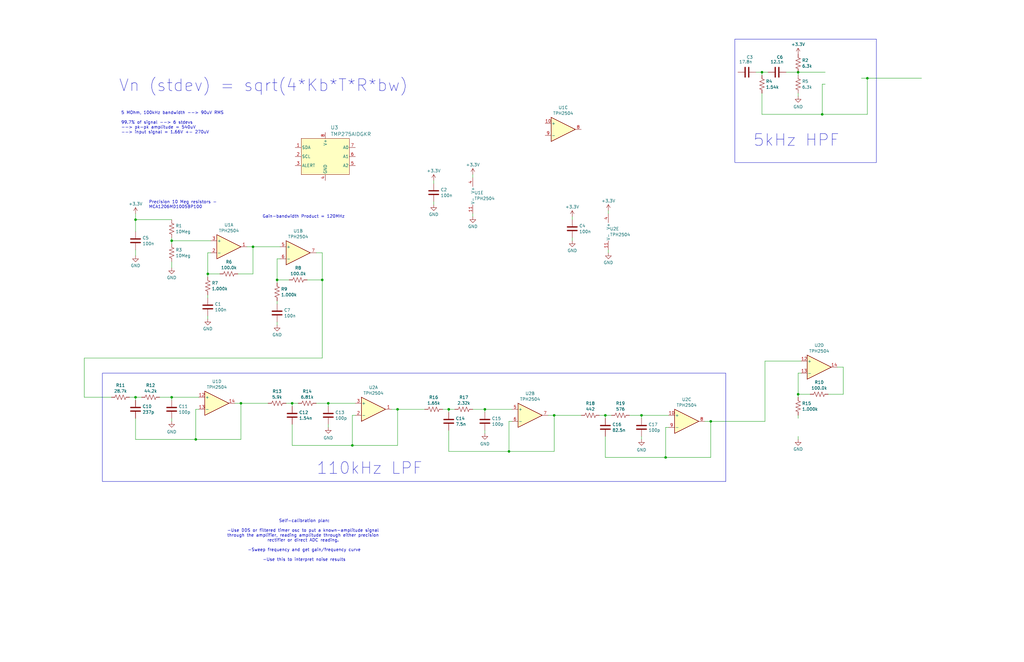
<source format=kicad_sch>
(kicad_sch (version 20231120) (generator "eeschema") (generator_version "8.0")
  (paper "B")
  (lib_symbols
    (symbol "Amplifier_Operational:TLV9304xD" (pin_names (offset 0.127))
      (property "Reference" "U" (at 0 5.08 0))
      (property "Value" "TLV9304xD" (at 0 -5.08 0))
      (symbol "TLV9304xD_1_1"
        (polyline (pts (xy -5.08 5.08) (xy 5.08 0) (xy -5.08 -5.08) (xy -5.08 5.08)) (stroke (width 0.254)) (fill (type background)))
        (pin output line (at 7.62 0 180) (length 2.54) (name "~") (number "1"))
        (pin input line (at -7.62 -2.54 0) (length 2.54) (name "-") (number "2"))
        (pin input line (at -7.62 2.54 0) (length 2.54) (name "+") (number "3"))
      )
      (symbol "TLV9304xD_2_1"
        (polyline (pts (xy -5.08 5.08) (xy 5.08 0) (xy -5.08 -5.08) (xy -5.08 5.08)) (stroke (width 0.254)) (fill (type background)))
        (pin input line (at -7.62 2.54 0) (length 2.54) (name "+") (number "5"))
        (pin input line (at -7.62 -2.54 0) (length 2.54) (name "-") (number "6"))
        (pin output line (at 7.62 0 180) (length 2.54) (name "~") (number "7"))
      )
      (symbol "TLV9304xD_3_1"
        (polyline (pts (xy -5.08 5.08) (xy 5.08 0) (xy -5.08 -5.08) (xy -5.08 5.08)) (stroke (width 0.254)) (fill (type background)))
        (pin input line (at -7.62 2.54 0) (length 2.54) (name "+") (number "10"))
        (pin output line (at 7.62 0 180) (length 2.54) (name "~") (number "8"))
        (pin input line (at -7.62 -2.54 0) (length 2.54) (name "-") (number "9"))
      )
      (symbol "TLV9304xD_4_1"
        (polyline (pts (xy -5.08 5.08) (xy 5.08 0) (xy -5.08 -5.08) (xy -5.08 5.08)) (stroke (width 0.254)) (fill (type background)))
        (pin input line (at -7.62 2.54 0) (length 2.54) (name "+") (number "12"))
        (pin input line (at -7.62 -2.54 0) (length 2.54) (name "-") (number "13"))
        (pin output line (at 7.62 0 180) (length 2.54) (name "~") (number "14"))
      )
      (symbol "TLV9304xD_5_1"
        (pin power_in line (at -2.54 -7.62 90) (length 3.81) (name "V-") (number "11"))
        (pin power_in line (at -2.54 7.62 270) (length 3.81) (name "V+") (number "4"))
      )
    )
    (symbol "Device:C" (pin_numbers hide) (pin_names (offset 0.254))
      (property "Reference" "C" (at 0.635 2.54 0))
      (property "Value" "C" (at 0.635 -2.54 0))
      (symbol "C_0_1"
        (polyline (pts (xy -2.032 -0.762) (xy 2.032 -0.762)) (stroke (width 0.508)))
        (polyline (pts (xy -2.032 0.762) (xy 2.032 0.762)) (stroke (width 0.508)))
      )
      (symbol "C_1_1"
        (pin passive line (at 0 3.81 270) (length 2.794) (name "~") (number "1"))
        (pin passive line (at 0 -3.81 90) (length 2.794) (name "~") (number "2"))
      )
    )
    (symbol "Device:R_US" (pin_numbers hide) (pin_names (offset 0))
      (property "Reference" "R" (at 2.54 0 90))
      (property "Value" "R_US" (at -2.54 0 90))
      (symbol "R_US_0_1"
        (polyline (pts (xy 0 -2.286) (xy 0 -2.54)))
        (polyline (pts (xy 0 2.286) (xy 0 2.54)))
        (polyline (pts (xy 0 -0.762) (xy 1.016 -1.143) (xy 0 -1.524) (xy -1.016 -1.905) (xy 0 -2.286)))
        (polyline (pts (xy 0 0.762) (xy 1.016 0.381) (xy 0 0) (xy -1.016 -0.381) (xy 0 -0.762)))
        (polyline (pts (xy 0 2.286) (xy 1.016 1.905) (xy 0 1.524) (xy -1.016 1.143) (xy 0 0.762)))
      )
      (symbol "R_US_1_1"
        (pin passive line (at 0 3.81 270) (length 1.27) (name "~") (number "1"))
        (pin passive line (at 0 -3.81 90) (length 1.27) (name "~") (number "2"))
      )
    )
    (symbol "GND_9" (power) (pin_names (offset 0))
      (property "Value" "GND_9" (at 0 -3.81 0))
      (symbol "GND_9_0_1"
        (polyline (pts (xy 0 0) (xy 0 -1.27) (xy 1.27 -1.27) (xy 0 -2.54) (xy -1.27 -1.27) (xy 0 -1.27)))
      )
      (symbol "GND_9_1_1"
        (pin power_in line (at 0 0 270) (length 0) hide (name "GND") (number "1"))
      )
    )
    (symbol "components_2:TMP275AIDGKR" (pin_names (offset 0.254))
      (property "Reference" "U" (at 2.286 10.668 0))
      (property "Value" "TMP275AIDGKR" (at 10.16 8.128 0))
      (symbol "TMP275AIDGKR_0_1"
        (pin unspecified line (at -12.7 2.54 0) (length 2.54) (name "SDA") (number "1"))
        (pin unspecified line (at -12.7 -1.27 0) (length 2.54) (name "SCL") (number "2"))
        (pin unspecified line (at -12.7 -5.08 0) (length 2.54) (name "ALERT") (number "3"))
        (pin unspecified line (at 12.7 -5.08 180) (length 2.54) (name "A2") (number "5"))
        (pin unspecified line (at 12.7 -1.27 180) (length 2.54) (name "A1") (number "6"))
        (pin unspecified line (at 12.7 2.54 180) (length 2.54) (name "A0") (number "7"))
        (pin power_in line (at 0 8.89 270) (length 2.54) (name "V+") (number "8"))
      )
      (symbol "TMP275AIDGKR_1_1"
        (rectangle (start -10.16 6.35) (end 10.16 -8.89) (fill (type background)))
        (pin power_in line (at 0 -11.43 90) (length 2.54) (name "GND") (number "4"))
      )
    )
    (symbol "power:+3.3V" (power) (pin_names (offset 0))
      (property "Value" "+3.3V" (at 0 3.556 0))
      (symbol "+3.3V_0_1"
        (polyline (pts (xy -0.762 1.27) (xy 0 2.54)))
        (polyline (pts (xy 0 0) (xy 0 2.54)))
        (polyline (pts (xy 0 2.54) (xy 0.762 1.27)))
      )
      (symbol "+3.3V_1_1"
        (pin power_in line (at 0 0 90) (length 0) hide (name "+3.3V") (number "1"))
      )
    )
    (symbol "power:+5V" (power) (pin_names (offset 0))
      (property "Value" "+5V" (at 0 3.556 0))
      (symbol "+5V_0_1"
        (polyline (pts (xy -0.762 1.27) (xy 0 2.54)))
        (polyline (pts (xy 0 0) (xy 0 2.54)))
        (polyline (pts (xy 0 2.54) (xy 0.762 1.27)))
      )
      (symbol "+5V_1_1"
        (pin power_in line (at 0 0 90) (length 0) hide (name "+5V") (number "1"))
      )
    )
    (symbol "power:GND" (power) (pin_names (offset 0))
      (property "Value" "GND" (at 0 -3.81 0))
      (symbol "GND_0_1"
        (polyline (pts (xy 0 0) (xy 0 -1.27) (xy 1.27 -1.27) (xy 0 -2.54) (xy -1.27 -1.27) (xy 0 -1.27)))
      )
      (symbol "GND_1_1"
        (pin power_in line (at 0 0 270) (length 0) hide (name "GND") (number "1"))
      )
    )
  )
  (junction (at 57.15 167.64))
  (junction (at 138.43 170.18))
  (junction (at 72.39 167.64))
  (junction (at 321.31 30.48))
  (junction (at 336.55 30.48))
  (junction (at 214.63 190.5))
  (junction (at 336.55 166.37))
  (junction (at 189.23 172.72))
  (junction (at 233.68 175.26))
  (junction (at 280.67 193.04))
  (junction (at 167.64 172.72))
  (junction (at 82.55 185.42))
  (junction (at 123.19 170.18))
  (junction (at 101.6 170.18))
  (junction (at 148.59 187.96))
  (junction (at 135.89 118.11))
  (junction (at 106.68 104.14))
  (junction (at 116.84 118.11))
  (junction (at 204.47 172.72))
  (junction (at 346.71 48.26))
  (junction (at 87.63 115.57))
  (junction (at 255.27 175.26))
  (junction (at 365.76 33.02))
  (junction (at 270.51 175.26))
  (junction (at 72.39 101.6))
  (junction (at 57.15 92.71))
  (junction (at 299.72 177.8))
  (wire (pts (xy 57.15 185.42) (xy 82.55 185.42)))
  (wire (pts (xy 167.64 172.72) (xy 179.07 172.72)))
  (wire (pts (xy 83.82 172.72) (xy 82.55 172.72)))
  (wire (pts (xy 347.98 35.56) (xy 346.71 35.56)))
  (wire (pts (xy 57.15 167.64) (xy 57.15 168.91)))
  (wire (pts (xy 82.55 172.72) (xy 82.55 185.42)))
  (wire (pts (xy 365.76 48.26) (xy 365.76 33.02)))
  (wire (pts (xy 318.77 30.48) (xy 321.31 30.48)))
  (wire (pts (xy 57.15 92.71) (xy 72.39 92.71)))
  (wire (pts (xy 355.6 166.37) (xy 349.25 166.37)))
  (wire (pts (xy 106.68 104.14) (xy 106.68 115.57)))
  (wire (pts (xy 189.23 172.72) (xy 191.77 172.72)))
  (wire (pts (xy 353.06 154.94) (xy 355.6 154.94)))
  (wire (pts (xy 116.84 137.16) (xy 116.84 135.89)))
  (wire (pts (xy 270.51 175.26) (xy 281.94 175.26)))
  (wire (pts (xy 199.39 172.72) (xy 204.47 172.72)))
  (wire (pts (xy 280.67 193.04) (xy 299.72 193.04)))
  (wire (pts (xy 331.47 30.48) (xy 336.55 30.48)))
  (wire (pts (xy 35.56 167.64) (xy 46.99 167.64)))
  (wire (pts (xy 365.76 33.02) (xy 388.62 33.02)))
  (wire (pts (xy 72.39 101.6) (xy 88.9 101.6)))
  (wire (pts (xy 186.69 172.72) (xy 189.23 172.72)))
  (wire (pts (xy 241.3 91.44) (xy 241.3 92.71)))
  (wire (pts (xy 265.43 175.26) (xy 270.51 175.26)))
  (wire (pts (xy 106.68 115.57) (xy 100.33 115.57)))
  (wire (pts (xy 346.71 35.56) (xy 346.71 48.26)))
  (wire (pts (xy 116.84 127) (xy 116.84 128.27)))
  (wire (pts (xy 297.18 177.8) (xy 299.72 177.8)))
  (wire (pts (xy 57.15 167.64) (xy 59.69 167.64)))
  (wire (pts (xy 336.55 30.48) (xy 347.98 30.48)))
  (wire (pts (xy 138.43 171.45) (xy 138.43 170.18)))
  (wire (pts (xy 57.15 92.71) (xy 57.15 97.79)))
  (wire (pts (xy 82.55 185.42) (xy 101.6 185.42)))
  (wire (pts (xy 72.39 168.91) (xy 72.39 167.64)))
  (wire (pts (xy 148.59 187.96) (xy 167.64 187.96)))
  (wire (pts (xy 189.23 172.72) (xy 189.23 173.99)))
  (wire (pts (xy 355.6 154.94) (xy 355.6 166.37)))
  (wire (pts (xy 189.23 190.5) (xy 214.63 190.5)))
  (wire (pts (xy 149.86 175.26) (xy 148.59 175.26)))
  (wire (pts (xy 35.56 151.13) (xy 135.89 151.13)))
  (wire (pts (xy 346.71 48.26) (xy 365.76 48.26)))
  (wire (pts (xy 135.89 118.11) (xy 129.54 118.11)))
  (wire (pts (xy 72.39 100.33) (xy 72.39 101.6)))
  (wire (pts (xy 252.73 175.26) (xy 255.27 175.26)))
  (wire (pts (xy 255.27 175.26) (xy 255.27 176.53)))
  (wire (pts (xy 87.63 115.57) (xy 87.63 116.84)))
  (wire (pts (xy 123.19 170.18) (xy 125.73 170.18)))
  (wire (pts (xy 138.43 170.18) (xy 149.86 170.18)))
  (wire (pts (xy 101.6 185.42) (xy 101.6 170.18)))
  (wire (pts (xy 87.63 115.57) (xy 92.71 115.57)))
  (wire (pts (xy 281.94 180.34) (xy 280.67 180.34)))
  (wire (pts (xy 321.31 30.48) (xy 323.85 30.48)))
  (wire (pts (xy 123.19 170.18) (xy 123.19 171.45)))
  (wire (pts (xy 101.6 170.18) (xy 113.03 170.18)))
  (wire (pts (xy 215.9 177.8) (xy 214.63 177.8)))
  (wire (pts (xy 182.88 86.36) (xy 182.88 85.09)))
  (wire (pts (xy 321.31 48.26) (xy 346.71 48.26)))
  (wire (pts (xy 214.63 190.5) (xy 233.68 190.5)))
  (wire (pts (xy 299.72 177.8) (xy 322.58 177.8)))
  (wire (pts (xy 336.55 39.37) (xy 336.55 40.64)))
  (wire (pts (xy 72.39 101.6) (xy 72.39 102.87)))
  (wire (pts (xy 189.23 181.61) (xy 189.23 190.5)))
  (wire (pts (xy 336.55 157.48) (xy 336.55 166.37)))
  (wire (pts (xy 255.27 175.26) (xy 257.81 175.26)))
  (wire (pts (xy 255.27 193.04) (xy 280.67 193.04)))
  (wire (pts (xy 336.55 175.26) (xy 336.55 176.53)))
  (wire (pts (xy 57.15 176.53) (xy 57.15 185.42)))
  (wire (pts (xy 241.3 101.6) (xy 241.3 100.33)))
  (wire (pts (xy 336.55 185.42) (xy 336.55 184.15)))
  (wire (pts (xy 54.61 167.64) (xy 57.15 167.64)))
  (wire (pts (xy 72.39 176.53) (xy 72.39 177.8)))
  (wire (pts (xy 67.31 167.64) (xy 72.39 167.64)))
  (wire (pts (xy 256.54 88.9) (xy 256.54 90.17)))
  (wire (pts (xy 336.55 31.75) (xy 336.55 30.48)))
  (wire (pts (xy 148.59 175.26) (xy 148.59 187.96)))
  (wire (pts (xy 322.58 177.8) (xy 322.58 152.4)))
  (wire (pts (xy 365.76 33.02) (xy 363.22 33.02)))
  (wire (pts (xy 233.68 190.5) (xy 233.68 175.26)))
  (wire (pts (xy 135.89 106.68) (xy 135.89 118.11)))
  (wire (pts (xy 120.65 170.18) (xy 123.19 170.18)))
  (wire (pts (xy 123.19 179.07) (xy 123.19 187.96)))
  (wire (pts (xy 88.9 106.68) (xy 87.63 106.68)))
  (wire (pts (xy 116.84 109.22) (xy 116.84 118.11)))
  (wire (pts (xy 321.31 39.37) (xy 321.31 48.26)))
  (wire (pts (xy 57.15 90.17) (xy 57.15 92.71)))
  (wire (pts (xy 57.15 107.95) (xy 57.15 105.41)))
  (wire (pts (xy 256.54 106.68) (xy 256.54 105.41)))
  (wire (pts (xy 214.63 177.8) (xy 214.63 190.5)))
  (wire (pts (xy 233.68 175.26) (xy 245.11 175.26)))
  (wire (pts (xy 199.39 91.44) (xy 199.39 90.17)))
  (wire (pts (xy 72.39 113.03) (xy 72.39 110.49)))
  (wire (pts (xy 337.82 152.4) (xy 322.58 152.4)))
  (wire (pts (xy 199.39 73.66) (xy 199.39 74.93)))
  (wire (pts (xy 233.68 175.26) (xy 231.14 175.26)))
  (wire (pts (xy 87.63 124.46) (xy 87.63 125.73)))
  (wire (pts (xy 135.89 118.11) (xy 135.89 151.13)))
  (wire (pts (xy 116.84 118.11) (xy 121.92 118.11)))
  (wire (pts (xy 321.31 30.48) (xy 321.31 31.75)))
  (wire (pts (xy 167.64 187.96) (xy 167.64 172.72)))
  (wire (pts (xy 336.55 166.37) (xy 341.63 166.37)))
  (wire (pts (xy 204.47 181.61) (xy 204.47 182.88)))
  (wire (pts (xy 336.55 166.37) (xy 336.55 167.64)))
  (wire (pts (xy 299.72 193.04) (xy 299.72 177.8)))
  (wire (pts (xy 167.64 172.72) (xy 165.1 172.72)))
  (wire (pts (xy 336.55 157.48) (xy 337.82 157.48)))
  (wire (pts (xy 255.27 184.15) (xy 255.27 193.04)))
  (wire (pts (xy 138.43 179.07) (xy 138.43 180.34)))
  (wire (pts (xy 116.84 109.22) (xy 118.11 109.22)))
  (wire (pts (xy 133.35 170.18) (xy 138.43 170.18)))
  (wire (pts (xy 35.56 151.13) (xy 35.56 167.64)))
  (wire (pts (xy 104.14 104.14) (xy 106.68 104.14)))
  (wire (pts (xy 87.63 134.62) (xy 87.63 133.35)))
  (wire (pts (xy 123.19 187.96) (xy 148.59 187.96)))
  (wire (pts (xy 270.51 176.53) (xy 270.51 175.26)))
  (wire (pts (xy 182.88 76.2) (xy 182.88 77.47)))
  (wire (pts (xy 72.39 167.64) (xy 83.82 167.64)))
  (wire (pts (xy 133.35 106.68) (xy 135.89 106.68)))
  (wire (pts (xy 204.47 173.99) (xy 204.47 172.72)))
  (wire (pts (xy 101.6 170.18) (xy 99.06 170.18)))
  (wire (pts (xy 270.51 184.15) (xy 270.51 185.42)))
  (wire (pts (xy 87.63 106.68) (xy 87.63 115.57)))
  (wire (pts (xy 118.11 104.14) (xy 106.68 104.14)))
  (wire (pts (xy 204.47 172.72) (xy 215.9 172.72)))
  (wire (pts (xy 280.67 180.34) (xy 280.67 193.04)))
  (wire (pts (xy 116.84 118.11) (xy 116.84 119.38)))
  (rectangle (start 43.18 157.48) (end 306.07 203.2))
  (rectangle (start 309.88 16.51) (end 369.57 68.58))
  (text "5 MOhm, 100kHz bandwidth --> 90uV RMS\n\n99.7% of signal --> 6 stdevs \n--> pk-pk amplitude = 540uV\n--> input signal = 1.66V +- 270uV  \n\n" (at 51.054 58.674 0) (effects (font (size 1.27 1.27)) (justify left bottom)))
  (text "5kHz HPF" (at 317.5 62.23 0) (effects (font (size 5 5)) (justify left bottom)))
  (text "Gain-bandwidth Product = 120MHz" (at 128.016 91.44 0) (effects (font (size 1.27 1.27))))
  (text "Vn (stdev) = sqrt(4*Kb*T*R*bw)" (at 50.038 39.116 0) (effects (font (size 5 5)) (justify left bottom)))
  (text "Self-calibration plan:\n\n-Use DDS or filtered timer osc to put a known-amplitude signal \nthrough the amplifier, reading amplitude through either precision \nrectifier or direct ADC reading. \n\n-Sweep frequency and get gain/frequency curve\n\n-Use this to interpret noise results" (at 128.27 228.092 0) (effects (font (size 1.27 1.27))))
  (text "Precision 10 Meg resistors - \nMCA1206MD1005BP100" (at 62.738 88.138 0) (effects (font (size 1.27 1.27)) (justify left bottom)))
  (text "110kHz LPF" (at 133.35 200.66 0) (effects (font (size 5 5)) (justify left bottom)))
  (symbol (lib_id "Device:C") (at 182.88 81.28 0) (unit 1)
    (property "Reference" "C2" (at 185.801 80.0679 0) (effects (justify left)))
    (property "Value" "100n" (at 185.801 82.4921 0) (effects (justify left)))
    (property "Footprint" "Capacitor_SMD:C_0402_1005Metric" (effects (hide yes)))
    (property "LCSC" "C307331" (effects (hide yes)))
  )
  (symbol (lib_id "Device:R_US") (at 50.8 167.64 90) (unit 1)
    (property "Reference" "R11" (at 50.8 162.6067 90))
    (property "Value" "28.7k" (at 50.8 165.0309 90))
    (property "Footprint" "Resistor_SMD:R_0805_2012Metric" (effects (hide yes)))
    (property "LCSC" "C17828" (effects (hide yes)))
  )
  (symbol (lib_id "Device:C") (at 138.43 175.26 180) (unit 1)
    (property "Reference" "C13" (at 141.351 174.0479 0) (effects (justify right)))
    (property "Value" "100p" (at 141.351 176.4721 0) (effects (justify right)))
    (property "Footprint" "Capacitor_SMD:C_0402_1005Metric" (effects (hide yes)))
    (property "LCSC" "C1523" (effects (hide yes)))
  )
  (symbol (lib_id "Device:R_US") (at 125.73 118.11 90) (unit 1)
    (property "Reference" "R8" (at 125.73 113.0765 90))
    (property "Value" "100.0k" (at 125.73 115.5008 90))
    (property "Footprint" "Resistor_SMD:R_0805_2012Metric" (effects (hide yes)))
    (property "LCSC" "C122537" (effects (hide yes)))
  )
  (symbol (lib_id "Device:C") (at 204.47 177.8 180) (unit 1)
    (property "Reference" "C15" (at 207.391 176.5879 0) (effects (justify right)))
    (property "Value" "100p" (at 207.391 179.0121 0) (effects (justify right)))
    (property "Footprint" "Capacitor_SMD:C_0402_1005Metric" (effects (hide yes)))
    (property "LCSC" "C1523" (effects (hide yes)))
  )
  (symbol (lib_id "Device:C") (at 123.19 175.26 180) (unit 1)
    (property "Reference" "C12" (at 126.111 174.0479 0) (effects (justify right)))
    (property "Value" "1.54n" (at 126.111 176.4721 0) (effects (justify right)))
    (property "Footprint" "Capacitor_SMD:C_0603_1608Metric" (effects (hide yes)))
    (property "LCSC" "C3008312" (effects (hide yes)))
  )
  (symbol (lib_id "power:+5V") (at 182.88 76.2 0) (unit 1)
    (property "Reference" "#PWR06" (effects (hide yes)))
    (property "Value" "+3.3V" (at 182.88 72.0669 0))
  )
  (symbol (lib_id "Device:R_US") (at 72.39 106.68 0) (unit 1)
    (property "Reference" "R3" (at 74.041 105.4679 0) (effects (justify left)))
    (property "Value" "10Meg" (at 74.041 107.8921 0) (effects (justify left)))
    (property "Footprint" "Resistor_SMD:R_0805_2012Metric" (effects (hide yes)))
  )
  (symbol (lib_id "power:GND") (at 199.39 91.44 0) (unit 1)
    (property "Reference" "#PWR012" (effects (hide yes)))
    (property "Value" "GND" (at 199.39 95.5731 0))
  )
  (symbol (lib_name "GND_9") (lib_id "power:GND") (at 270.51 185.42 0) (mirror y) (unit 1)
    (property "Reference" "#PWR027" (effects (hide yes)))
    (property "Value" "GND" (at 270.51 189.8634 0))
  )
  (symbol (lib_id "power:+3.3V") (at 336.55 22.86 0) (unit 1)
    (property "Reference" "#PWR03" (effects (hide yes)))
    (property "Value" "+3.3V" (at 336.55 18.7269 0))
  )
  (symbol (lib_id "Device:C") (at 314.96 30.48 270) (unit 1)
    (property "Reference" "C3" (at 317.5 24.13 90) (effects (justify right)))
    (property "Value" "17.8n" (at 317.246 26.0929 90) (effects (justify right)))
    (property "Footprint" "Capacitor_SMD:C_0402_1005Metric" (effects (hide yes)))
    (property "LCSC" "C1523" (effects (hide yes)))
  )
  (symbol (lib_id "Device:R_US") (at 345.44 166.37 90) (unit 1)
    (property "Reference" "R10" (at 345.44 161.3365 90))
    (property "Value" "100.0k" (at 345.44 163.7608 90))
    (property "Footprint" "Resistor_SMD:R_0805_2012Metric" (effects (hide yes)))
    (property "LCSC" "C122537" (effects (hide yes)))
  )
  (symbol (lib_id "Device:R_US") (at 116.84 170.18 90) (unit 1)
    (property "Reference" "R13" (at 116.84 165.1467 90))
    (property "Value" "5.9k" (at 116.84 167.5709 90))
    (property "Footprint" "Resistor_SMD:R_0805_2012Metric" (effects (hide yes)))
    (property "LCSC" "C17828" (effects (hide yes)))
  )
  (symbol (lib_id "Device:R_US") (at 195.58 172.72 90) (unit 1)
    (property "Reference" "R17" (at 195.58 167.6867 90))
    (property "Value" "2.32k" (at 195.58 170.1109 90))
    (property "Footprint" "Resistor_SMD:R_0805_2012Metric" (effects (hide yes)))
    (property "LCSC" "C139933" (effects (hide yes)))
  )
  (symbol (lib_id "Device:C") (at 72.39 172.72 180) (unit 1)
    (property "Reference" "C11" (at 75.311 171.5079 0) (effects (justify right)))
    (property "Value" "100p" (at 75.311 173.9321 0) (effects (justify right)))
    (property "Footprint" "Capacitor_SMD:C_0402_1005Metric" (effects (hide yes)))
    (property "LCSC" "C1523" (effects (hide yes)))
  )
  (symbol (lib_id "power:GND") (at 57.15 107.95 0) (unit 1)
    (property "Reference" "#PWR019" (effects (hide yes)))
    (property "Value" "GND" (at 57.15 112.0831 0))
  )
  (symbol (lib_id "Device:C") (at 57.15 172.72 180) (unit 1)
    (property "Reference" "C10" (at 60.071 171.5079 0) (effects (justify right)))
    (property "Value" "237p" (at 60.071 173.9321 0) (effects (justify right)))
    (property "Footprint" "Capacitor_SMD:C_0603_1608Metric" (effects (hide yes)))
    (property "LCSC" "C3008312" (effects (hide yes)))
  )
  (symbol (lib_id "Device:C") (at 116.84 132.08 0) (unit 1)
    (property "Reference" "C7" (at 119.761 130.8679 0) (effects (justify left)))
    (property "Value" "100n" (at 119.761 133.2921 0) (effects (justify left)))
    (property "Footprint" "Capacitor_SMD:C_0402_1005Metric" (effects (hide yes)))
    (property "LCSC" "C307331" (effects (hide yes)))
  )
  (symbol (lib_id "power:+5V") (at 241.3 91.44 0) (unit 1)
    (property "Reference" "#PWR02" (effects (hide yes)))
    (property "Value" "+3.3V" (at 241.3 87.3069 0))
  )
  (symbol (lib_id "Device:R_US") (at 87.63 120.65 180) (unit 1)
    (property "Reference" "R7" (at 89.281 119.4378 0) (effects (justify right)))
    (property "Value" "1.000k" (at 89.281 121.8621 0) (effects (justify right)))
    (property "Footprint" "Resistor_SMD:R_0805_2012Metric" (effects (hide yes)))
    (property "LCSC" "C110774" (effects (hide yes)))
  )
  (symbol (lib_id "Device:C") (at 270.51 180.34 180) (unit 1)
    (property "Reference" "C17" (at 273.431 179.1279 0) (effects (justify right)))
    (property "Value" "100p" (at 273.431 181.5521 0) (effects (justify right)))
    (property "Footprint" "Capacitor_SMD:C_0402_1005Metric" (effects (hide yes)))
    (property "LCSC" "C1523" (effects (hide yes)))
  )
  (symbol (lib_name "GND_9") (lib_id "power:GND") (at 72.39 177.8 0) (mirror y) (unit 1)
    (property "Reference" "#PWR024" (effects (hide yes)))
    (property "Value" "GND" (at 72.39 182.2434 0))
  )
  (symbol (lib_id "Device:C") (at 255.27 180.34 180) (unit 1)
    (property "Reference" "C16" (at 258.191 179.1279 0) (effects (justify right)))
    (property "Value" "82.5n" (at 258.191 181.5521 0) (effects (justify right)))
    (property "Footprint" "Capacitor_SMD:C_0603_1608Metric" (effects (hide yes)))
    (property "LCSC" "C3008312" (effects (hide yes)))
  )
  (symbol (lib_id "Device:C") (at 189.23 177.8 180) (unit 1)
    (property "Reference" "C14" (at 192.151 176.5879 0) (effects (justify right)))
    (property "Value" "7.5n" (at 192.151 179.0121 0) (effects (justify right)))
    (property "Footprint" "Capacitor_SMD:C_0603_1608Metric" (effects (hide yes)))
    (property "LCSC" "C3008312" (effects (hide yes)))
  )
  (symbol (lib_id "Device:R_US") (at 129.54 170.18 90) (unit 1)
    (property "Reference" "R14" (at 129.54 165.1467 90))
    (property "Value" "6.81k" (at 129.54 167.5709 90))
    (property "Footprint" "Resistor_SMD:R_0805_2012Metric" (effects (hide yes)))
    (property "LCSC" "C139933" (effects (hide yes)))
  )
  (symbol (lib_id "Amplifier_Operational:TLV9304xD") (at 237.49 54.61 0) (unit 3)
    (property "Reference" "U1" (at 237.49 45.3855 0))
    (property "Value" "TPH2504" (at 237.49 47.8098 0))
    (property "Footprint" "Package_SO:TSSOP-14_4.4x5mm_P0.65mm" (effects (hide yes)))
    (property "Datasheet" "https://www.lcsc.com/datasheet/lcsc_datasheet_2304140030_3PEAK-TPH2504-TR_C126708.pdf" (effects (hide yes)))
    (property "Description" "40-V, 1-MHz, RRO Operational Amplifiers for Cost-Sensitive Systems, SOIC-14" (effects (hide yes)))
  )
  (symbol (lib_id "power:+3.3V") (at 57.15 90.17 0) (unit 1)
    (property "Reference" "#PWR011" (effects (hide yes)))
    (property "Value" "+3.3V" (at 57.15 86.0369 0))
  )
  (symbol (lib_id "Device:R_US") (at 96.52 115.57 90) (unit 1)
    (property "Reference" "R6" (at 96.52 110.5365 90))
    (property "Value" "100.0k" (at 96.52 112.9608 90))
    (property "Footprint" "Resistor_SMD:R_0805_2012Metric" (effects (hide yes)))
    (property "LCSC" "C122537" (effects (hide yes)))
  )
  (symbol (lib_id "power:+5V") (at 256.54 88.9 0) (unit 1)
    (property "Reference" "#PWR01" (effects (hide yes)))
    (property "Value" "+3.3V" (at 256.54 84.7669 0))
  )
  (symbol (lib_name "GND_9") (lib_id "power:GND") (at 138.43 180.34 0) (mirror y) (unit 1)
    (property "Reference" "#PWR025" (effects (hide yes)))
    (property "Value" "GND" (at 138.43 184.7834 0))
  )
  (symbol (lib_id "Device:R_US") (at 336.55 35.56 180) (unit 1)
    (property "Reference" "R5" (at 338.201 34.3479 0) (effects (justify right)))
    (property "Value" "6.3k" (at 338.201 36.7721 0) (effects (justify right)))
    (property "Footprint" "Resistor_SMD:R_0805_2012Metric" (effects (hide yes)))
    (property "LCSC" "C17828" (effects (hide yes)))
  )
  (symbol (lib_id "Amplifier_Operational:TLV9304xD") (at 96.52 104.14 0) (unit 1)
    (property "Reference" "U1" (at 96.52 94.9155 0))
    (property "Value" "TPH2504" (at 96.52 97.3398 0))
    (property "Footprint" "Package_SO:TSSOP-14_4.4x5mm_P0.65mm" (effects (hide yes)))
    (property "Datasheet" "https://www.lcsc.com/datasheet/lcsc_datasheet_2304140030_3PEAK-TPH2504-TR_C126708.pdf" (effects (hide yes)))
    (property "Description" "40-V, 1-MHz, RRO Operational Amplifiers for Cost-Sensitive Systems, SOIC-14" (effects (hide yes)))
  )
  (symbol (lib_id "Device:C") (at 327.66 30.48 270) (unit 1)
    (property "Reference" "C6" (at 330.2 24.13 90) (effects (justify right)))
    (property "Value" "12.1n" (at 330.454 26.0929 90) (effects (justify right)))
    (property "Footprint" "Capacitor_SMD:C_0402_1005Metric" (effects (hide yes)))
    (property "LCSC" "C1523" (effects (hide yes)))
  )
  (symbol (lib_id "Amplifier_Operational:TLV9304xD") (at 157.48 172.72 0) (unit 1)
    (property "Reference" "U2" (at 157.48 163.4955 0))
    (property "Value" "TPH2504" (at 157.48 165.9198 0))
    (property "Footprint" "Package_SO:TSSOP-14_4.4x5mm_P0.65mm" (effects (hide yes)))
    (property "Datasheet" "https://www.lcsc.com/datasheet/lcsc_datasheet_2304140030_3PEAK-TPH2504-TR_C126708.pdf" (effects (hide yes)))
    (property "Description" "40-V, 1-MHz, RRO Operational Amplifiers for Cost-Sensitive Systems, SOIC-14" (effects (hide yes)))
  )
  (symbol (lib_id "Device:R_US") (at 116.84 123.19 180) (unit 1)
    (property "Reference" "R9" (at 118.491 121.9778 0) (effects (justify right)))
    (property "Value" "1.000k" (at 118.491 124.4021 0) (effects (justify right)))
    (property "Footprint" "Resistor_SMD:R_0805_2012Metric" (effects (hide yes)))
    (property "LCSC" "C110774" (effects (hide yes)))
  )
  (symbol (lib_id "power:GND") (at 241.3 101.6 0) (unit 1)
    (property "Reference" "#PWR016" (effects (hide yes)))
    (property "Value" "GND" (at 241.3 105.7331 0))
  )
  (symbol (lib_id "Device:C") (at 87.63 129.54 0) (unit 1)
    (property "Reference" "C1" (at 90.551 128.3279 0) (effects (justify left)))
    (property "Value" "100n" (at 90.551 130.7521 0) (effects (justify left)))
    (property "Footprint" "Capacitor_SMD:C_0402_1005Metric" (effects (hide yes)))
    (property "LCSC" "C307331" (effects (hide yes)))
  )
  (symbol (lib_id "Device:R_US") (at 336.55 171.45 180) (unit 1)
    (property "Reference" "R15" (at 338.201 170.2378 0) (effects (justify right)))
    (property "Value" "1.000k" (at 338.201 172.6621 0) (effects (justify right)))
    (property "Footprint" "Resistor_SMD:R_0805_2012Metric" (effects (hide yes)))
    (property "LCSC" "C110774" (effects (hide yes)))
  )
  (symbol (lib_id "Amplifier_Operational:TLV9304xD") (at 289.56 177.8 0) (unit 3)
    (property "Reference" "U2" (at 289.56 168.5755 0))
    (property "Value" "TPH2504" (at 289.56 170.9998 0))
    (property "Footprint" "Package_SO:TSSOP-14_4.4x5mm_P0.65mm" (effects (hide yes)))
    (property "Datasheet" "https://www.lcsc.com/datasheet/lcsc_datasheet_2304140030_3PEAK-TPH2504-TR_C126708.pdf" (effects (hide yes)))
    (property "Description" "40-V, 1-MHz, RRO Operational Amplifiers for Cost-Sensitive Systems, SOIC-14" (effects (hide yes)))
  )
  (symbol (lib_id "Device:C") (at 241.3 96.52 0) (unit 1)
    (property "Reference" "C4" (at 244.221 95.3079 0) (effects (justify left)))
    (property "Value" "100n" (at 244.221 97.7321 0) (effects (justify left)))
    (property "Footprint" "Capacitor_SMD:C_0402_1005Metric" (effects (hide yes)))
    (property "LCSC" "C307331" (effects (hide yes)))
  )
  (symbol (lib_id "Device:R_US") (at 248.92 175.26 90) (unit 1)
    (property "Reference" "R18" (at 248.92 170.2267 90))
    (property "Value" "442" (at 248.92 172.6509 90))
    (property "Footprint" "Resistor_SMD:R_0805_2012Metric" (effects (hide yes)))
    (property "LCSC" "C17828" (effects (hide yes)))
  )
  (symbol (lib_id "Amplifier_Operational:TLV9304xD") (at 223.52 175.26 0) (unit 2)
    (property "Reference" "U2" (at 223.52 166.0355 0))
    (property "Value" "TPH2504" (at 223.52 168.4598 0))
    (property "Footprint" "Package_SO:TSSOP-14_4.4x5mm_P0.65mm" (effects (hide yes)))
    (property "Datasheet" "https://www.lcsc.com/datasheet/lcsc_datasheet_2304140030_3PEAK-TPH2504-TR_C126708.pdf" (effects (hide yes)))
    (property "Description" "40-V, 1-MHz, RRO Operational Amplifiers for Cost-Sensitive Systems, SOIC-14" (effects (hide yes)))
  )
  (symbol (lib_id "power:+5V") (at 199.39 73.66 0) (unit 1)
    (property "Reference" "#PWR05" (effects (hide yes)))
    (property "Value" "+3.3V" (at 199.39 69.5269 0))
  )
  (symbol (lib_id "power:GND") (at 87.63 134.62 0) (unit 1)
    (property "Reference" "#PWR022" (effects (hide yes)))
    (property "Value" "GND" (at 87.63 138.7531 0))
  )
  (symbol (lib_id "power:GND") (at 256.54 106.68 0) (unit 1)
    (property "Reference" "#PWR018" (effects (hide yes)))
    (property "Value" "GND" (at 256.54 110.8131 0))
  )
  (symbol (lib_id "power:GND") (at 336.55 185.42 0) (unit 1)
    (property "Reference" "#PWR028" (effects (hide yes)))
    (property "Value" "GND" (at 336.55 189.5531 0))
  )
  (symbol (lib_id "Amplifier_Operational:TLV9304xD") (at 91.44 170.18 0) (unit 4)
    (property "Reference" "U1" (at 91.44 160.9555 0))
    (property "Value" "TPH2504" (at 91.44 163.3798 0))
    (property "Footprint" "Package_SO:TSSOP-14_4.4x5mm_P0.65mm" (effects (hide yes)))
    (property "Datasheet" "https://www.lcsc.com/datasheet/lcsc_datasheet_2304140030_3PEAK-TPH2504-TR_C126708.pdf" (effects (hide yes)))
    (property "Description" "40-V, 1-MHz, RRO Operational Amplifiers for Cost-Sensitive Systems, SOIC-14" (effects (hide yes)))
  )
  (symbol (lib_id "Amplifier_Operational:TLV9304xD") (at 259.08 97.79 0) (unit 5)
    (property "Reference" "U2" (at 257.175 96.5778 0) (effects (justify left)))
    (property "Value" "TPH2504" (at 257.175 99.0021 0) (effects (justify left)))
    (property "Footprint" "Package_SO:TSSOP-14_4.4x5mm_P0.65mm" (effects (hide yes)))
    (property "Datasheet" "https://www.lcsc.com/datasheet/lcsc_datasheet_2304140030_3PEAK-TPH2504-TR_C126708.pdf" (effects (hide yes)))
    (property "Description" "40-V, 1-MHz, RRO Operational Amplifiers for Cost-Sensitive Systems, SOIC-14" (effects (hide yes)))
  )
  (symbol (lib_id "Device:R_US") (at 63.5 167.64 90) (unit 1)
    (property "Reference" "R12" (at 63.5 162.6067 90))
    (property "Value" "44.2k" (at 63.5 165.0309 90))
    (property "Footprint" "Resistor_SMD:R_0805_2012Metric" (effects (hide yes)))
    (property "LCSC" "C139933" (effects (hide yes)))
  )
  (symbol (lib_id "Device:R_US") (at 336.55 26.67 180) (unit 1)
    (property "Reference" "R2" (at 338.201 25.4579 0) (effects (justify right)))
    (property "Value" "6.3k" (at 338.201 27.8821 0) (effects (justify right)))
    (property "Footprint" "Resistor_SMD:R_0805_2012Metric" (effects (hide yes)))
    (property "LCSC" "C17828" (effects (hide yes)))
  )
  (symbol (lib_id "Device:R_US") (at 261.62 175.26 90) (unit 1)
    (property "Reference" "R19" (at 261.62 170.2267 90))
    (property "Value" "576" (at 261.62 172.6509 90))
    (property "Footprint" "Resistor_SMD:R_0805_2012Metric" (effects (hide yes)))
    (property "LCSC" "C139933" (effects (hide yes)))
  )
  (symbol (lib_id "Device:C") (at 57.15 101.6 0) (unit 1)
    (property "Reference" "C5" (at 60.071 100.3879 0) (effects (justify left)))
    (property "Value" "100n" (at 60.071 102.8121 0) (effects (justify left)))
    (property "Footprint" "Capacitor_SMD:C_0402_1005Metric" (effects (hide yes)))
    (property "LCSC" "C307331" (effects (hide yes)))
  )
  (symbol (lib_id "Device:R_US") (at 182.88 172.72 90) (unit 1)
    (property "Reference" "R16" (at 182.88 167.6867 90))
    (property "Value" "1.65k" (at 182.88 170.1109 90))
    (property "Footprint" "Resistor_SMD:R_0805_2012Metric" (effects (hide yes)))
    (property "LCSC" "C17828" (effects (hide yes)))
  )
  (symbol (lib_id "Amplifier_Operational:TLV9304xD") (at 125.73 106.68 0) (unit 2)
    (property "Reference" "U1" (at 125.73 97.4555 0))
    (property "Value" "TPH2504" (at 125.73 99.8798 0))
    (property "Footprint" "Package_SO:TSSOP-14_4.4x5mm_P0.65mm" (effects (hide yes)))
    (property "Datasheet" "https://www.lcsc.com/datasheet/lcsc_datasheet_2304140030_3PEAK-TPH2504-TR_C126708.pdf" (effects (hide yes)))
    (property "Description" "40-V, 1-MHz, RRO Operational Amplifiers for Cost-Sensitive Systems, SOIC-14" (effects (hide yes)))
  )
  (symbol (lib_id "power:GND") (at 182.88 86.36 0) (unit 1)
    (property "Reference" "#PWR07" (effects (hide yes)))
    (property "Value" "GND" (at 182.88 90.4931 0))
  )
  (symbol (lib_id "Device:R_US") (at 72.39 96.52 0) (unit 1)
    (property "Reference" "R1" (at 74.041 95.3079 0) (effects (justify left)))
    (property "Value" "10Meg" (at 74.041 97.7321 0) (effects (justify left)))
    (property "Footprint" "Resistor_SMD:R_0805_2012Metric" (effects (hide yes)))
  )
  (symbol (lib_id "Device:R_US") (at 321.31 35.56 180) (unit 1)
    (property "Reference" "R4" (at 322.961 34.3479 0) (effects (justify right)))
    (property "Value" "1.54k" (at 322.961 36.7721 0) (effects (justify right)))
    (property "Footprint" "Resistor_SMD:R_0805_2012Metric" (effects (hide yes)))
    (property "LCSC" "C17828" (effects (hide yes)))
  )
  (symbol (lib_id "components_2:TMP275AIDGKR") (at 137.16 64.77 0) (unit 1)
    (property "Reference" "U3" (at 139.3541 53.7896 0) (effects (font (size 1.524 1.524)) (justify left)))
    (property "Value" "TMP275AIDGKR" (at 139.3541 56.6225 0) (effects (font (size 1.524 1.524)) (justify left)))
    (property "Footprint" "Package_SO:VSSOP-8_3.0x3.0mm_P0.65mm" (effects (hide yes)))
    (property "Datasheet" "TMP275AIDGKR" (effects (hide yes)))
  )
  (symbol (lib_id "Amplifier_Operational:TLV9304xD") (at 201.93 82.55 0) (unit 5)
    (property "Reference" "U1" (at 200.025 81.3378 0) (effects (justify left)))
    (property "Value" "TPH2504" (at 200.025 83.7621 0) (effects (justify left)))
    (property "Footprint" "Package_SO:TSSOP-14_4.4x5mm_P0.65mm" (effects (hide yes)))
    (property "Datasheet" "https://www.lcsc.com/datasheet/lcsc_datasheet_2304140030_3PEAK-TPH2504-TR_C126708.pdf" (effects (hide yes)))
    (property "Description" "40-V, 1-MHz, RRO Operational Amplifiers for Cost-Sensitive Systems, SOIC-14" (effects (hide yes)))
  )
  (symbol (lib_id "power:GND") (at 116.84 137.16 0) (unit 1)
    (property "Reference" "#PWR023" (effects (hide yes)))
    (property "Value" "GND" (at 116.84 141.2931 0))
  )
  (symbol (lib_name "GND_9") (lib_id "power:GND") (at 336.55 40.64 0) (mirror y) (unit 1)
    (property "Reference" "#PWR04" (effects (hide yes)))
    (property "Value" "GND" (at 336.55 45.0834 0))
  )
  (symbol (lib_id "power:GND") (at 72.39 113.03 0) (unit 1)
    (property "Reference" "#PWR020" (effects (hide yes)))
    (property "Value" "GND" (at 72.39 117.1631 0))
  )
  (symbol (lib_name "GND_9") (lib_id "power:GND") (at 204.47 182.88 0) (mirror y) (unit 1)
    (property "Reference" "#PWR026" (effects (hide yes)))
    (property "Value" "GND" (at 204.47 187.3234 0))
  )
  (symbol (lib_id "Amplifier_Operational:TLV9304xD") (at 345.44 154.94 0) (unit 4)
    (property "Reference" "U2" (at 345.44 145.7155 0))
    (property "Value" "TPH2504" (at 345.44 148.1398 0))
    (property "Footprint" "Package_SO:TSSOP-14_4.4x5mm_P0.65mm" (effects (hide yes)))
    (property "Datasheet" "https://www.lcsc.com/datasheet/lcsc_datasheet_2304140030_3PEAK-TPH2504-TR_C126708.pdf" (effects (hide yes)))
    (property "Description" "40-V, 1-MHz, RRO Operational Amplifiers for Cost-Sensitive Systems, SOIC-14" (effects (hide yes)))
  )
)
</source>
